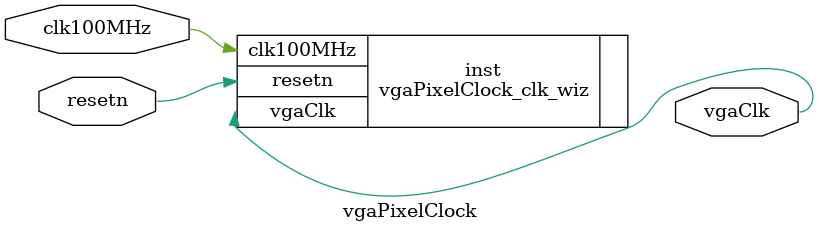
<source format=v>


`timescale 1ps/1ps

(* CORE_GENERATION_INFO = "vgaPixelClock,clk_wiz_v6_0_5_0_0,{component_name=vgaPixelClock,use_phase_alignment=true,use_min_o_jitter=false,use_max_i_jitter=false,use_dyn_phase_shift=false,use_inclk_switchover=false,use_dyn_reconfig=false,enable_axi=0,feedback_source=FDBK_AUTO,PRIMITIVE=MMCM,num_out_clk=1,clkin1_period=10.000,clkin2_period=10.000,use_power_down=false,use_reset=true,use_locked=false,use_inclk_stopped=false,feedback_type=SINGLE,CLOCK_MGR_TYPE=NA,manual_override=false}" *)

module vgaPixelClock 
 (
  // Clock out ports
  output        vgaClk,
  // Status and control signals
  input         resetn,
 // Clock in ports
  input         clk100MHz
 );

  vgaPixelClock_clk_wiz inst
  (
  // Clock out ports  
  .vgaClk(vgaClk),
  // Status and control signals               
  .resetn(resetn), 
 // Clock in ports
  .clk100MHz(clk100MHz)
  );

endmodule

</source>
